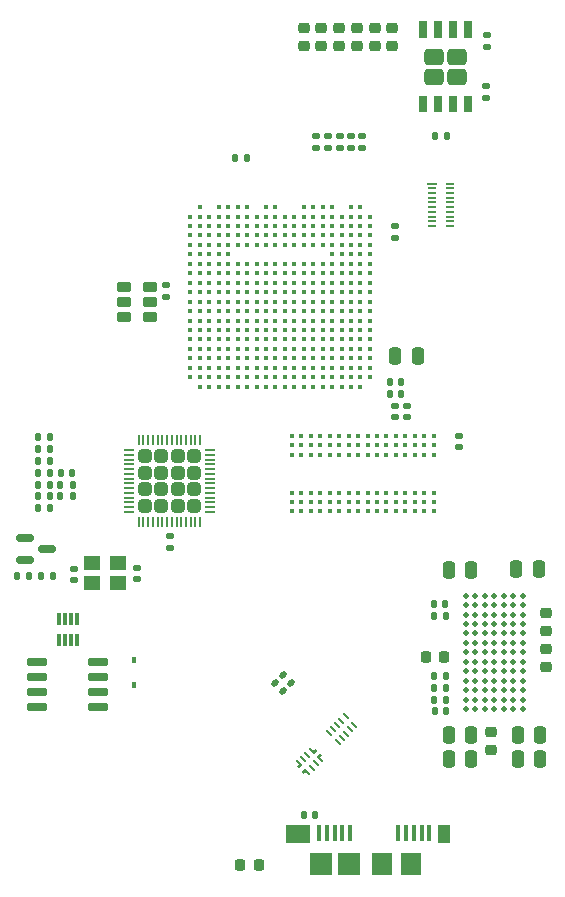
<source format=gbr>
%TF.GenerationSoftware,KiCad,Pcbnew,(6.0.0)*%
%TF.CreationDate,2022-03-24T09:58:38-07:00*%
%TF.ProjectId,ecp5u85-bse-usb,65637035-7538-4352-9d62-73652d757362,A*%
%TF.SameCoordinates,Original*%
%TF.FileFunction,Paste,Top*%
%TF.FilePolarity,Positive*%
%FSLAX46Y46*%
G04 Gerber Fmt 4.6, Leading zero omitted, Abs format (unit mm)*
G04 Created by KiCad (PCBNEW (6.0.0)) date 2022-03-24 09:58:38*
%MOMM*%
%LPD*%
G01*
G04 APERTURE LIST*
G04 Aperture macros list*
%AMRoundRect*
0 Rectangle with rounded corners*
0 $1 Rounding radius*
0 $2 $3 $4 $5 $6 $7 $8 $9 X,Y pos of 4 corners*
0 Add a 4 corners polygon primitive as box body*
4,1,4,$2,$3,$4,$5,$6,$7,$8,$9,$2,$3,0*
0 Add four circle primitives for the rounded corners*
1,1,$1+$1,$2,$3*
1,1,$1+$1,$4,$5*
1,1,$1+$1,$6,$7*
1,1,$1+$1,$8,$9*
0 Add four rect primitives between the rounded corners*
20,1,$1+$1,$2,$3,$4,$5,0*
20,1,$1+$1,$4,$5,$6,$7,0*
20,1,$1+$1,$6,$7,$8,$9,0*
20,1,$1+$1,$8,$9,$2,$3,0*%
%AMRotRect*
0 Rectangle, with rotation*
0 The origin of the aperture is its center*
0 $1 length*
0 $2 width*
0 $3 Rotation angle, in degrees counterclockwise*
0 Add horizontal line*
21,1,$1,$2,0,0,$3*%
%AMFreePoly0*
4,1,7,0.300000,0.100000,0.100000,0.100000,0.100000,-0.300000,-0.100000,-0.300000,-0.100000,0.300000,0.300000,0.300000,0.300000,0.100000,0.300000,0.100000,$1*%
%AMFreePoly1*
4,1,7,0.100000,-0.300000,-0.100000,-0.300000,-0.100000,0.100000,-0.300000,0.100000,-0.300000,0.300000,0.100000,0.300000,0.100000,-0.300000,0.100000,-0.300000,$1*%
G04 Aperture macros list end*
%ADD10C,0.400000*%
%ADD11C,0.426000*%
%ADD12R,1.400000X1.200000*%
%ADD13RoundRect,0.218750X-0.256250X0.218750X-0.256250X-0.218750X0.256250X-0.218750X0.256250X0.218750X0*%
%ADD14RoundRect,0.140000X-0.170000X0.140000X-0.170000X-0.140000X0.170000X-0.140000X0.170000X0.140000X0*%
%ADD15RoundRect,0.250000X-0.250000X-0.475000X0.250000X-0.475000X0.250000X0.475000X-0.250000X0.475000X0*%
%ADD16RoundRect,0.140000X0.140000X0.170000X-0.140000X0.170000X-0.140000X-0.170000X0.140000X-0.170000X0*%
%ADD17RoundRect,0.135000X0.135000X0.185000X-0.135000X0.185000X-0.135000X-0.185000X0.135000X-0.185000X0*%
%ADD18RoundRect,0.140000X-0.140000X-0.170000X0.140000X-0.170000X0.140000X0.170000X-0.140000X0.170000X0*%
%ADD19RoundRect,0.135000X-0.185000X0.135000X-0.185000X-0.135000X0.185000X-0.135000X0.185000X0.135000X0*%
%ADD20RotRect,0.200000X0.700000X225.000000*%
%ADD21RoundRect,0.135000X0.185000X-0.135000X0.185000X0.135000X-0.185000X0.135000X-0.185000X-0.135000X0*%
%ADD22C,0.500000*%
%ADD23R,0.450000X0.600000*%
%ADD24RoundRect,0.135000X-0.135000X-0.185000X0.135000X-0.185000X0.135000X0.185000X-0.135000X0.185000X0*%
%ADD25RoundRect,0.140000X0.219203X0.021213X0.021213X0.219203X-0.219203X-0.021213X-0.021213X-0.219203X0*%
%ADD26R,0.300000X1.000000*%
%ADD27RoundRect,0.140000X0.170000X-0.140000X0.170000X0.140000X-0.170000X0.140000X-0.170000X-0.140000X0*%
%ADD28FreePoly0,225.000000*%
%ADD29RotRect,0.200000X0.600000X45.000000*%
%ADD30FreePoly1,225.000000*%
%ADD31FreePoly0,45.000000*%
%ADD32FreePoly1,45.000000*%
%ADD33RoundRect,0.050000X-0.050000X-0.387500X0.050000X-0.387500X0.050000X0.387500X-0.050000X0.387500X0*%
%ADD34RoundRect,0.050000X-0.387500X-0.050000X0.387500X-0.050000X0.387500X0.050000X-0.387500X0.050000X0*%
%ADD35RoundRect,0.250000X-0.315000X-0.315000X0.315000X-0.315000X0.315000X0.315000X-0.315000X0.315000X0*%
%ADD36RoundRect,0.218750X0.218750X0.256250X-0.218750X0.256250X-0.218750X-0.256250X0.218750X-0.256250X0*%
%ADD37RoundRect,0.225000X0.250000X-0.225000X0.250000X0.225000X-0.250000X0.225000X-0.250000X-0.225000X0*%
%ADD38RoundRect,0.250000X0.250000X0.475000X-0.250000X0.475000X-0.250000X-0.475000X0.250000X-0.475000X0*%
%ADD39RoundRect,0.225000X-0.250000X0.225000X-0.250000X-0.225000X0.250000X-0.225000X0.250000X0.225000X0*%
%ADD40R,1.800000X1.900000*%
%ADD41R,2.100000X1.600000*%
%ADD42R,1.900000X1.900000*%
%ADD43R,1.000000X1.600000*%
%ADD44RoundRect,0.040000X-0.160000X-0.635000X0.160000X-0.635000X0.160000X0.635000X-0.160000X0.635000X0*%
%ADD45RoundRect,0.135000X0.465000X-0.315000X0.465000X0.315000X-0.465000X0.315000X-0.465000X-0.315000X0*%
%ADD46RoundRect,0.150000X-0.587500X-0.150000X0.587500X-0.150000X0.587500X0.150000X-0.587500X0.150000X0*%
%ADD47RoundRect,0.250000X-0.555000X0.435000X-0.555000X-0.435000X0.555000X-0.435000X0.555000X0.435000X0*%
%ADD48RoundRect,0.225000X0.225000X0.250000X-0.225000X0.250000X-0.225000X-0.250000X0.225000X-0.250000X0*%
%ADD49R,0.780000X0.220000*%
%ADD50R,0.880000X0.220000*%
%ADD51RoundRect,0.150000X-0.725000X-0.150000X0.725000X-0.150000X0.725000X0.150000X-0.725000X0.150000X0*%
%ADD52RoundRect,0.147500X-0.147500X-0.172500X0.147500X-0.172500X0.147500X0.172500X-0.147500X0.172500X0*%
G04 APERTURE END LIST*
%TO.C,U3*%
G36*
X221547841Y-61533000D02*
G01*
X222247841Y-61533000D01*
X222247841Y-60133000D01*
X221547841Y-60133000D01*
X221547841Y-61533000D01*
G37*
G36*
X219707841Y-53833000D02*
G01*
X219007841Y-53833000D01*
X219007841Y-55233000D01*
X219707841Y-55233000D01*
X219707841Y-53833000D01*
G37*
G36*
X218437841Y-53833000D02*
G01*
X217737841Y-53833000D01*
X217737841Y-55233000D01*
X218437841Y-55233000D01*
X218437841Y-53833000D01*
G37*
G36*
X222242841Y-53833000D02*
G01*
X221542841Y-53833000D01*
X221542841Y-55233000D01*
X222242841Y-55233000D01*
X222242841Y-53833000D01*
G37*
G36*
X220977841Y-53833000D02*
G01*
X220277841Y-53833000D01*
X220277841Y-55233000D01*
X220977841Y-55233000D01*
X220977841Y-53833000D01*
G37*
G36*
X220277841Y-61533000D02*
G01*
X220977841Y-61533000D01*
X220977841Y-60133000D01*
X220277841Y-60133000D01*
X220277841Y-61533000D01*
G37*
G36*
X219007841Y-61533000D02*
G01*
X219707841Y-61533000D01*
X219707841Y-60133000D01*
X219007841Y-60133000D01*
X219007841Y-61533000D01*
G37*
G36*
X217737841Y-61533000D02*
G01*
X218437841Y-61533000D01*
X218437841Y-60133000D01*
X217737841Y-60133000D01*
X217737841Y-61533000D01*
G37*
%TD*%
D10*
%TO.C,U1*%
X212792841Y-84783000D03*
X211992841Y-84783000D03*
X211192841Y-84783000D03*
X210392841Y-84783000D03*
X209592841Y-84783000D03*
X208792841Y-84783000D03*
X207992841Y-84783000D03*
X207192841Y-84783000D03*
X206392841Y-84783000D03*
X205592841Y-84783000D03*
X204792841Y-84783000D03*
X203992841Y-84783000D03*
X203192841Y-84783000D03*
X202392841Y-84783000D03*
X201592841Y-84783000D03*
X200792841Y-84783000D03*
X199992841Y-84783000D03*
X199192841Y-84783000D03*
X213592841Y-83983000D03*
X212792841Y-83983000D03*
X211992841Y-83983000D03*
X211192841Y-83983000D03*
X210392841Y-83983000D03*
X209592841Y-83983000D03*
X208792841Y-83983000D03*
X207992841Y-83983000D03*
X207192841Y-83983000D03*
X206392841Y-83983000D03*
X205592841Y-83983000D03*
X204792841Y-83983000D03*
X203992841Y-83983000D03*
X203192841Y-83983000D03*
X202392841Y-83983000D03*
X201592841Y-83983000D03*
X200792841Y-83983000D03*
X199992841Y-83983000D03*
X199192841Y-83983000D03*
X198392841Y-83983000D03*
X213592841Y-83183000D03*
X212792841Y-83183000D03*
X211992841Y-83183000D03*
X211192841Y-83183000D03*
X210392841Y-83183000D03*
X209592841Y-83183000D03*
X208792841Y-83183000D03*
X207992841Y-83183000D03*
X207192841Y-83183000D03*
X206392841Y-83183000D03*
X205592841Y-83183000D03*
X204792841Y-83183000D03*
X203992841Y-83183000D03*
X203192841Y-83183000D03*
X202392841Y-83183000D03*
X201592841Y-83183000D03*
X200792841Y-83183000D03*
X199992841Y-83183000D03*
X199192841Y-83183000D03*
X198392841Y-83183000D03*
X213592841Y-82383000D03*
X212792841Y-82383000D03*
X211992841Y-82383000D03*
X211192841Y-82383000D03*
X210392841Y-82383000D03*
X209592841Y-82383000D03*
X208792841Y-82383000D03*
X207992841Y-82383000D03*
X207192841Y-82383000D03*
X206392841Y-82383000D03*
X205592841Y-82383000D03*
X204792841Y-82383000D03*
X203992841Y-82383000D03*
X203192841Y-82383000D03*
X202392841Y-82383000D03*
X201592841Y-82383000D03*
X200792841Y-82383000D03*
X199992841Y-82383000D03*
X199192841Y-82383000D03*
X198392841Y-82383000D03*
X213592841Y-81583000D03*
X212792841Y-81583000D03*
X211992841Y-81583000D03*
X211192841Y-81583000D03*
X210392841Y-81583000D03*
X209592841Y-81583000D03*
X208792841Y-81583000D03*
X207992841Y-81583000D03*
X207192841Y-81583000D03*
X206392841Y-81583000D03*
X205592841Y-81583000D03*
X204792841Y-81583000D03*
X203992841Y-81583000D03*
X203192841Y-81583000D03*
X202392841Y-81583000D03*
X201592841Y-81583000D03*
X200792841Y-81583000D03*
X199992841Y-81583000D03*
X199192841Y-81583000D03*
X198392841Y-81583000D03*
X213592841Y-80783000D03*
X212792841Y-80783000D03*
X211992841Y-80783000D03*
X211192841Y-80783000D03*
X210392841Y-80783000D03*
X209592841Y-80783000D03*
X208792841Y-80783000D03*
X207992841Y-80783000D03*
X207192841Y-80783000D03*
X206392841Y-80783000D03*
X205592841Y-80783000D03*
X204792841Y-80783000D03*
X203992841Y-80783000D03*
X203192841Y-80783000D03*
X202392841Y-80783000D03*
X201592841Y-80783000D03*
X200792841Y-80783000D03*
X199992841Y-80783000D03*
X199192841Y-80783000D03*
X198392841Y-80783000D03*
X213592841Y-79983000D03*
X212792841Y-79983000D03*
X211992841Y-79983000D03*
X211192841Y-79983000D03*
X210392841Y-79983000D03*
X209592841Y-79983000D03*
X208792841Y-79983000D03*
X207992841Y-79983000D03*
X207192841Y-79983000D03*
X206392841Y-79983000D03*
X205592841Y-79983000D03*
X204792841Y-79983000D03*
X203992841Y-79983000D03*
X203192841Y-79983000D03*
X202392841Y-79983000D03*
X201592841Y-79983000D03*
X200792841Y-79983000D03*
X199992841Y-79983000D03*
X199192841Y-79983000D03*
X198392841Y-79983000D03*
X213592841Y-79183000D03*
X212792841Y-79183000D03*
X211992841Y-79183000D03*
X211192841Y-79183000D03*
X210392841Y-79183000D03*
X209592841Y-79183000D03*
X208792841Y-79183000D03*
X207992841Y-79183000D03*
X207192841Y-79183000D03*
X206392841Y-79183000D03*
X205592841Y-79183000D03*
X204792841Y-79183000D03*
X203992841Y-79183000D03*
X203192841Y-79183000D03*
X202392841Y-79183000D03*
X201592841Y-79183000D03*
X200792841Y-79183000D03*
X199992841Y-79183000D03*
X199192841Y-79183000D03*
X198392841Y-79183000D03*
X213592841Y-78383000D03*
X212792841Y-78383000D03*
X211992841Y-78383000D03*
X211192841Y-78383000D03*
X210392841Y-78383000D03*
X209592841Y-78383000D03*
X208792841Y-78383000D03*
X207992841Y-78383000D03*
X207192841Y-78383000D03*
X206392841Y-78383000D03*
X205592841Y-78383000D03*
X204792841Y-78383000D03*
X203992841Y-78383000D03*
X203192841Y-78383000D03*
X202392841Y-78383000D03*
X201592841Y-78383000D03*
X200792841Y-78383000D03*
X199992841Y-78383000D03*
X199192841Y-78383000D03*
X198392841Y-78383000D03*
X213592841Y-77583000D03*
X212792841Y-77583000D03*
X211992841Y-77583000D03*
X211192841Y-77583000D03*
X210392841Y-77583000D03*
X209592841Y-77583000D03*
X208792841Y-77583000D03*
X207992841Y-77583000D03*
X207192841Y-77583000D03*
X206392841Y-77583000D03*
X205592841Y-77583000D03*
X204792841Y-77583000D03*
X203992841Y-77583000D03*
X203192841Y-77583000D03*
X202392841Y-77583000D03*
X201592841Y-77583000D03*
X200792841Y-77583000D03*
X199992841Y-77583000D03*
X199192841Y-77583000D03*
X198392841Y-77583000D03*
X213592841Y-76783000D03*
X212792841Y-76783000D03*
X211992841Y-76783000D03*
X211192841Y-76783000D03*
X210392841Y-76783000D03*
X209592841Y-76783000D03*
X208792841Y-76783000D03*
X207992841Y-76783000D03*
X207192841Y-76783000D03*
X206392841Y-76783000D03*
X205592841Y-76783000D03*
X204792841Y-76783000D03*
X203992841Y-76783000D03*
X203192841Y-76783000D03*
X202392841Y-76783000D03*
X201592841Y-76783000D03*
X200792841Y-76783000D03*
X199992841Y-76783000D03*
X199192841Y-76783000D03*
X198392841Y-76783000D03*
X213592841Y-75983000D03*
X212792841Y-75983000D03*
X211992841Y-75983000D03*
X211192841Y-75983000D03*
X210392841Y-75983000D03*
X209592841Y-75983000D03*
X208792841Y-75983000D03*
X207992841Y-75983000D03*
X207192841Y-75983000D03*
X206392841Y-75983000D03*
X205592841Y-75983000D03*
X204792841Y-75983000D03*
X203992841Y-75983000D03*
X203192841Y-75983000D03*
X202392841Y-75983000D03*
X201592841Y-75983000D03*
X200792841Y-75983000D03*
X199992841Y-75983000D03*
X199192841Y-75983000D03*
X198392841Y-75983000D03*
X213592841Y-75183000D03*
X212792841Y-75183000D03*
X211992841Y-75183000D03*
X211192841Y-75183000D03*
X210392841Y-75183000D03*
X209592841Y-75183000D03*
X208792841Y-75183000D03*
X207992841Y-75183000D03*
X207192841Y-75183000D03*
X206392841Y-75183000D03*
X205592841Y-75183000D03*
X204792841Y-75183000D03*
X203992841Y-75183000D03*
X203192841Y-75183000D03*
X202392841Y-75183000D03*
X201592841Y-75183000D03*
X200792841Y-75183000D03*
X199992841Y-75183000D03*
X199192841Y-75183000D03*
X198392841Y-75183000D03*
X213592841Y-74383000D03*
X212792841Y-74383000D03*
X211992841Y-74383000D03*
X211192841Y-74383000D03*
X210392841Y-74383000D03*
X209592841Y-74383000D03*
X208792841Y-74383000D03*
X207992841Y-74383000D03*
X207192841Y-74383000D03*
X206392841Y-74383000D03*
X205592841Y-74383000D03*
X204792841Y-74383000D03*
X203992841Y-74383000D03*
X203192841Y-74383000D03*
X202392841Y-74383000D03*
X201592841Y-74383000D03*
X200792841Y-74383000D03*
X199992841Y-74383000D03*
X199192841Y-74383000D03*
X198392841Y-74383000D03*
X213592841Y-73583000D03*
X212792841Y-73583000D03*
X211992841Y-73583000D03*
X211192841Y-73583000D03*
X210392841Y-73583000D03*
X201592841Y-73583000D03*
X200792841Y-73583000D03*
X199992841Y-73583000D03*
X199192841Y-73583000D03*
X198392841Y-73583000D03*
X213592841Y-72783000D03*
X212792841Y-72783000D03*
X211992841Y-72783000D03*
X211192841Y-72783000D03*
X210392841Y-72783000D03*
X209592841Y-72783000D03*
X208792841Y-72783000D03*
X207992841Y-72783000D03*
X207192841Y-72783000D03*
X206392841Y-72783000D03*
X205592841Y-72783000D03*
X204792841Y-72783000D03*
X203992841Y-72783000D03*
X203192841Y-72783000D03*
X202392841Y-72783000D03*
X201592841Y-72783000D03*
X200792841Y-72783000D03*
X199992841Y-72783000D03*
X199192841Y-72783000D03*
X198392841Y-72783000D03*
X213592841Y-71983000D03*
X212792841Y-71983000D03*
X211992841Y-71983000D03*
X211192841Y-71983000D03*
X210392841Y-71983000D03*
X209592841Y-71983000D03*
X208792841Y-71983000D03*
X207992841Y-71983000D03*
X207192841Y-71983000D03*
X206392841Y-71983000D03*
X205592841Y-71983000D03*
X204792841Y-71983000D03*
X203992841Y-71983000D03*
X203192841Y-71983000D03*
X202392841Y-71983000D03*
X201592841Y-71983000D03*
X200792841Y-71983000D03*
X199992841Y-71983000D03*
X199192841Y-71983000D03*
X198392841Y-71983000D03*
X213592841Y-71183000D03*
X212792841Y-71183000D03*
X211992841Y-71183000D03*
X211192841Y-71183000D03*
X210392841Y-71183000D03*
X209592841Y-71183000D03*
X208792841Y-71183000D03*
X207992841Y-71183000D03*
X207192841Y-71183000D03*
X206392841Y-71183000D03*
X205592841Y-71183000D03*
X204792841Y-71183000D03*
X203992841Y-71183000D03*
X203192841Y-71183000D03*
X202392841Y-71183000D03*
X201592841Y-71183000D03*
X200792841Y-71183000D03*
X199992841Y-71183000D03*
X199192841Y-71183000D03*
X198392841Y-71183000D03*
X213592841Y-70383000D03*
X212792841Y-70383000D03*
X211992841Y-70383000D03*
X211192841Y-70383000D03*
X210392841Y-70383000D03*
X209592841Y-70383000D03*
X208792841Y-70383000D03*
X207992841Y-70383000D03*
X207192841Y-70383000D03*
X206392841Y-70383000D03*
X205592841Y-70383000D03*
X204792841Y-70383000D03*
X203992841Y-70383000D03*
X203192841Y-70383000D03*
X202392841Y-70383000D03*
X201592841Y-70383000D03*
X200792841Y-70383000D03*
X199992841Y-70383000D03*
X199192841Y-70383000D03*
X198392841Y-70383000D03*
X212792841Y-69583000D03*
X211992841Y-69583000D03*
X210392841Y-69583000D03*
X209592841Y-69583000D03*
X208792841Y-69583000D03*
X207992841Y-69583000D03*
X205592841Y-69583000D03*
X204792841Y-69583000D03*
X203192841Y-69583000D03*
X202392841Y-69583000D03*
X201592841Y-69583000D03*
X200792841Y-69583000D03*
X199192841Y-69583000D03*
%TD*%
D11*
%TO.C,U4*%
X218992841Y-88953000D03*
X218992841Y-89753000D03*
X218992841Y-90553000D03*
X218992841Y-93753000D03*
X218992841Y-94553000D03*
X218992841Y-95353000D03*
X218192841Y-88953000D03*
X218192841Y-89753000D03*
X218192841Y-90553000D03*
X218192841Y-93753000D03*
X218192841Y-94553000D03*
X218192841Y-95353000D03*
X217392841Y-88953000D03*
X217392841Y-89753000D03*
X217392841Y-90553000D03*
X217392841Y-93753000D03*
X217392841Y-94553000D03*
X217392841Y-95353000D03*
X216592841Y-88953000D03*
X216592841Y-89753000D03*
X216592841Y-90553000D03*
X216592841Y-93753000D03*
X216592841Y-94553000D03*
X216592841Y-95353000D03*
X215792841Y-88953000D03*
X215792841Y-89753000D03*
X215792841Y-90553000D03*
X215792841Y-93753000D03*
X215792841Y-94553000D03*
X215792841Y-95353000D03*
X214992841Y-88953000D03*
X214992841Y-89753000D03*
X214992841Y-90553000D03*
X214992841Y-93753000D03*
X214992841Y-94553000D03*
X214992841Y-95353000D03*
X214192841Y-88953000D03*
X214192841Y-89753000D03*
X214192841Y-90553000D03*
X214192841Y-93753000D03*
X214192841Y-94553000D03*
X214192841Y-95353000D03*
X213392841Y-88953000D03*
X213392841Y-89753000D03*
X213392841Y-90553000D03*
X213392841Y-93753000D03*
X213392841Y-94553000D03*
X213392841Y-95353000D03*
X212592841Y-88953000D03*
X212592841Y-89753000D03*
X212592841Y-90553000D03*
X212592841Y-93753000D03*
X212592841Y-94553000D03*
X212592841Y-95353000D03*
X211792841Y-88953000D03*
X211792841Y-89753000D03*
X211792841Y-90553000D03*
X211792841Y-93753000D03*
X211792841Y-94553000D03*
X211792841Y-95353000D03*
X210992841Y-88953000D03*
X210992841Y-89753000D03*
X210992841Y-90553000D03*
X210992841Y-93753000D03*
X210992841Y-94553000D03*
X210992841Y-95353000D03*
X210192841Y-88953000D03*
X210192841Y-89753000D03*
X210192841Y-90553000D03*
X210192841Y-93753000D03*
X210192841Y-94553000D03*
X210192841Y-95353000D03*
X209392841Y-88953000D03*
X209392841Y-89753000D03*
X209392841Y-90553000D03*
X209392841Y-93753000D03*
X209392841Y-94553000D03*
X209392841Y-95353000D03*
X208592841Y-88953000D03*
X208592841Y-89753000D03*
X208592841Y-90553000D03*
X208592841Y-93753000D03*
X208592841Y-94553000D03*
X208592841Y-95353000D03*
X207792841Y-88953000D03*
X207792841Y-89753000D03*
X207792841Y-90553000D03*
X207792841Y-93753000D03*
X207792841Y-94553000D03*
X207792841Y-95353000D03*
X206992841Y-88953000D03*
X206992841Y-89753000D03*
X206992841Y-90553000D03*
X206992841Y-93753000D03*
X206992841Y-94553000D03*
X206992841Y-95353000D03*
%TD*%
D12*
%TO.C,Y1*%
X190100000Y-101425000D03*
X192300000Y-101425000D03*
X192300000Y-99725000D03*
X190100000Y-99725000D03*
%TD*%
D13*
%TO.C,D6*%
X209492841Y-55983001D03*
X209492841Y-54408001D03*
%TD*%
D14*
%TO.C,C61*%
X188500000Y-101155000D03*
X188500000Y-100195000D03*
%TD*%
D15*
%TO.C,C68*%
X217642841Y-82183000D03*
X215742841Y-82183000D03*
%TD*%
D16*
%TO.C,C130*%
X219031651Y-103173000D03*
X219991651Y-103173000D03*
%TD*%
D17*
%TO.C,R50*%
X219021651Y-104163000D03*
X220041651Y-104163000D03*
%TD*%
D18*
%TO.C,C5*%
X215302841Y-84353000D03*
X216262841Y-84353000D03*
%TD*%
D15*
%TO.C,C123*%
X227992841Y-116283000D03*
X226092841Y-116283000D03*
%TD*%
D19*
%TO.C,R16*%
X209042842Y-64542999D03*
X209042842Y-63522999D03*
%TD*%
D20*
%TO.C,U6*%
X210114503Y-114118876D03*
X210468057Y-113765322D03*
X210821610Y-113411769D03*
X211175163Y-113058216D03*
X211528717Y-112704662D03*
X212271179Y-113447124D03*
X211917625Y-113800678D03*
X211564072Y-114154231D03*
X211210519Y-114507784D03*
X210856965Y-114861338D03*
%TD*%
D21*
%TO.C,R37*%
X196692841Y-97389524D03*
X196692841Y-98409524D03*
%TD*%
D22*
%TO.C,U9*%
X226527701Y-112075593D03*
X225727701Y-112075593D03*
X224927701Y-112075593D03*
X224127701Y-112075593D03*
X223327701Y-112075593D03*
X222527701Y-112075593D03*
X221727701Y-112075593D03*
X226527701Y-111275593D03*
X225727701Y-111275593D03*
X224927701Y-111275593D03*
X224127701Y-111275593D03*
X223327701Y-111275593D03*
X222527701Y-111275593D03*
X221727701Y-111275593D03*
X226527701Y-110475593D03*
X225727701Y-110475593D03*
X224927701Y-110475593D03*
X224127701Y-110475593D03*
X223327701Y-110475593D03*
X222527701Y-110475593D03*
X221727701Y-110475593D03*
X226527701Y-109675593D03*
X225727701Y-109675593D03*
X224927701Y-109675593D03*
X224127701Y-109675593D03*
X223327701Y-109675593D03*
X222527701Y-109675593D03*
X221727701Y-109675593D03*
X226527701Y-108875593D03*
X225727701Y-108875593D03*
X224927701Y-108875593D03*
X224127701Y-108875593D03*
X223327701Y-108875593D03*
X222527701Y-108875593D03*
X221727701Y-108875593D03*
X226527701Y-108075593D03*
X225727701Y-108075593D03*
X224927701Y-108075593D03*
X224127701Y-108075593D03*
X223327701Y-108075593D03*
X222527701Y-108075593D03*
X221727701Y-108075593D03*
X226527701Y-107275593D03*
X225727701Y-107275593D03*
X224927701Y-107275593D03*
X224127701Y-107275593D03*
X223327701Y-107275593D03*
X222527701Y-107275593D03*
X221727701Y-107275593D03*
X226527701Y-106475593D03*
X225727701Y-106475593D03*
X224927701Y-106475593D03*
X224127701Y-106475593D03*
X223327701Y-106475593D03*
X222527701Y-106475593D03*
X221727701Y-106475593D03*
X226527701Y-105675593D03*
X225727701Y-105675593D03*
X224927701Y-105675593D03*
X224127701Y-105675593D03*
X223327701Y-105675593D03*
X222527701Y-105675593D03*
X221727701Y-105675593D03*
X226527701Y-104875593D03*
X225727701Y-104875593D03*
X224927701Y-104875593D03*
X224127701Y-104875593D03*
X223327701Y-104875593D03*
X222527701Y-104875593D03*
X221727701Y-104875593D03*
X226527701Y-104075593D03*
X225727701Y-104075593D03*
X224927701Y-104075593D03*
X224127701Y-104075593D03*
X223327701Y-104075593D03*
X222527701Y-104075593D03*
X221727701Y-104075593D03*
X226527701Y-103275593D03*
X225727701Y-103275593D03*
X224927701Y-103275593D03*
X224127701Y-103275593D03*
X223327701Y-103275593D03*
X222527701Y-103275593D03*
X221727701Y-103275593D03*
X226527701Y-102475593D03*
X225727701Y-102475593D03*
X224927701Y-102475593D03*
X224127701Y-102475593D03*
X223327701Y-102475593D03*
X222527701Y-102475593D03*
X221727701Y-102475593D03*
%TD*%
D23*
%TO.C,D11*%
X193592841Y-110033000D03*
X193592841Y-107933000D03*
%TD*%
D24*
%TO.C,R30*%
X186502841Y-91083000D03*
X185482841Y-91083000D03*
%TD*%
D25*
%TO.C,C58*%
X205583582Y-109863437D03*
X206262404Y-110542259D03*
%TD*%
D24*
%TO.C,R39*%
X188412841Y-94083000D03*
X187392841Y-94083000D03*
%TD*%
D14*
%TO.C,C1*%
X196342841Y-77163000D03*
X196342841Y-76203000D03*
%TD*%
D15*
%TO.C,C124*%
X227992841Y-114283000D03*
X226092841Y-114283000D03*
%TD*%
D17*
%TO.C,R40*%
X183682841Y-100833000D03*
X184702841Y-100833000D03*
%TD*%
D26*
%TO.C,U8*%
X188767841Y-106268000D03*
X188267841Y-106268000D03*
X187767841Y-106268000D03*
X187267841Y-106268000D03*
X187267841Y-104468000D03*
X187767841Y-104468000D03*
X188267841Y-104468000D03*
X188767841Y-104468000D03*
%TD*%
D27*
%TO.C,C23*%
X216692841Y-86403000D03*
X216692841Y-87363000D03*
%TD*%
D25*
%TO.C,C59*%
X206233582Y-109213437D03*
X206912404Y-109892259D03*
%TD*%
D13*
%TO.C,D2*%
X213992841Y-55983001D03*
X213992841Y-54408001D03*
%TD*%
D17*
%TO.C,R38*%
X185732841Y-100833000D03*
X186752841Y-100833000D03*
%TD*%
D21*
%TO.C,R21*%
X223492841Y-54973000D03*
X223492841Y-55993000D03*
%TD*%
D28*
%TO.C,U5*%
X207589110Y-116679625D03*
D29*
X207942663Y-116326071D03*
X208296216Y-115972518D03*
D30*
X208649770Y-115618965D03*
D31*
X209356876Y-116326071D03*
D29*
X209003323Y-116679625D03*
X208649770Y-117033178D03*
D32*
X208296216Y-117386731D03*
%TD*%
D33*
%TO.C,U7*%
X194022841Y-89335500D03*
X194422841Y-89335500D03*
X194822841Y-89335500D03*
X195222841Y-89335500D03*
X195622841Y-89335500D03*
X196022841Y-89335500D03*
X196422841Y-89335500D03*
X196822841Y-89335500D03*
X197222841Y-89335500D03*
X197622841Y-89335500D03*
X198022841Y-89335500D03*
X198422841Y-89335500D03*
X198822841Y-89335500D03*
X199222841Y-89335500D03*
D34*
X200060341Y-90173000D03*
X200060341Y-90573000D03*
X200060341Y-90973000D03*
X200060341Y-91373000D03*
X200060341Y-91773000D03*
X200060341Y-92173000D03*
X200060341Y-92573000D03*
X200060341Y-92973000D03*
X200060341Y-93373000D03*
X200060341Y-93773000D03*
X200060341Y-94173000D03*
X200060341Y-94573000D03*
X200060341Y-94973000D03*
X200060341Y-95373000D03*
D33*
X199222841Y-96210500D03*
X198822841Y-96210500D03*
X198422841Y-96210500D03*
X198022841Y-96210500D03*
X197622841Y-96210500D03*
X197222841Y-96210500D03*
X196822841Y-96210500D03*
X196422841Y-96210500D03*
X196022841Y-96210500D03*
X195622841Y-96210500D03*
X195222841Y-96210500D03*
X194822841Y-96210500D03*
X194422841Y-96210500D03*
X194022841Y-96210500D03*
D34*
X193185341Y-95373000D03*
X193185341Y-94973000D03*
X193185341Y-94573000D03*
X193185341Y-94173000D03*
X193185341Y-93773000D03*
X193185341Y-93373000D03*
X193185341Y-92973000D03*
X193185341Y-92573000D03*
X193185341Y-92173000D03*
X193185341Y-91773000D03*
X193185341Y-91373000D03*
X193185341Y-90973000D03*
X193185341Y-90573000D03*
X193185341Y-90173000D03*
D35*
X194522841Y-92073000D03*
X198722841Y-92073000D03*
X195922841Y-93473000D03*
X198722841Y-90673000D03*
X197322841Y-94873000D03*
X195922841Y-90673000D03*
X194522841Y-94873000D03*
X198722841Y-93473000D03*
X198722841Y-94873000D03*
X194522841Y-93473000D03*
X195922841Y-94873000D03*
X194522841Y-90673000D03*
X197322841Y-93473000D03*
X195922841Y-92073000D03*
X197322841Y-90673000D03*
X197322841Y-92073000D03*
%TD*%
D36*
%TO.C,D1*%
X202605341Y-125283000D03*
X204180341Y-125283000D03*
%TD*%
D27*
%TO.C,C6*%
X223392841Y-59353000D03*
X223392841Y-60313000D03*
%TD*%
D37*
%TO.C,C103*%
X228492841Y-103908000D03*
X228492841Y-105458000D03*
%TD*%
D38*
%TO.C,C127*%
X220281650Y-100283000D03*
X222181650Y-100283000D03*
%TD*%
D19*
%TO.C,R19*%
X212942842Y-64542999D03*
X212942842Y-63522999D03*
%TD*%
D27*
%TO.C,C62*%
X193900000Y-100095000D03*
X193900000Y-101055000D03*
%TD*%
D38*
%TO.C,C119*%
X220277701Y-114283000D03*
X222177701Y-114283000D03*
%TD*%
D24*
%TO.C,R31*%
X186502841Y-90083000D03*
X185482841Y-90083000D03*
%TD*%
%TO.C,R41*%
X220041651Y-110283000D03*
X219021651Y-110283000D03*
%TD*%
%TO.C,R1*%
X188412841Y-93083000D03*
X187392841Y-93083000D03*
%TD*%
D39*
%TO.C,C104*%
X223831651Y-115550593D03*
X223831651Y-114000593D03*
%TD*%
D15*
%TO.C,C126*%
X227881651Y-100183000D03*
X225981651Y-100183000D03*
%TD*%
D24*
%TO.C,R22*%
X203152841Y-65433000D03*
X202132841Y-65433000D03*
%TD*%
D19*
%TO.C,R17*%
X211042842Y-64542999D03*
X211042842Y-63522999D03*
%TD*%
D38*
%TO.C,C120*%
X220277701Y-116283000D03*
X222177701Y-116283000D03*
%TD*%
D24*
%TO.C,R36*%
X186502841Y-94083000D03*
X185482841Y-94083000D03*
%TD*%
D19*
%TO.C,R18*%
X211992842Y-64542999D03*
X211992842Y-63522999D03*
%TD*%
D13*
%TO.C,D5*%
X210992841Y-55983001D03*
X210992841Y-54408001D03*
%TD*%
D24*
%TO.C,R44*%
X220041651Y-109283000D03*
X219021651Y-109283000D03*
%TD*%
D19*
%TO.C,R20*%
X210042842Y-64542999D03*
X210042842Y-63522999D03*
%TD*%
D24*
%TO.C,R33*%
X186502841Y-93083000D03*
X185482841Y-93083000D03*
%TD*%
D40*
%TO.C,J4*%
X214612841Y-125233000D03*
D41*
X207515341Y-122683000D03*
D40*
X217112841Y-125233000D03*
D42*
X209412841Y-125233000D03*
X211812841Y-125233000D03*
D43*
X219865341Y-122683000D03*
D44*
X218612841Y-122558000D03*
X217962841Y-122558000D03*
X217312841Y-122558000D03*
X216662841Y-122558000D03*
X216012841Y-122558000D03*
X211912841Y-122558000D03*
X211262841Y-122558000D03*
X210612841Y-122558000D03*
X209962841Y-122558000D03*
X209312841Y-122558000D03*
%TD*%
D13*
%TO.C,D4*%
X212492841Y-55983001D03*
X212492841Y-54408001D03*
%TD*%
%TO.C,D3*%
X215492841Y-55983001D03*
X215492841Y-54408001D03*
%TD*%
D18*
%TO.C,C60*%
X188372841Y-92083000D03*
X187412841Y-92083000D03*
%TD*%
D24*
%TO.C,R34*%
X186502841Y-89083000D03*
X185482841Y-89083000D03*
%TD*%
D27*
%TO.C,C22*%
X215742841Y-86403000D03*
X215742841Y-87363000D03*
%TD*%
D13*
%TO.C,D7*%
X207992841Y-55980500D03*
X207992841Y-54405500D03*
%TD*%
D45*
%TO.C,U2*%
X194942841Y-76363000D03*
X194942841Y-77633000D03*
X194942841Y-78903000D03*
X192742841Y-78903000D03*
X192742841Y-77633000D03*
X192742841Y-76363000D03*
%TD*%
D39*
%TO.C,C121*%
X228492841Y-108558000D03*
X228492841Y-107008000D03*
%TD*%
D14*
%TO.C,C28*%
X221142841Y-89913000D03*
X221142841Y-88953000D03*
%TD*%
D46*
%TO.C,Q1*%
X186230341Y-98533000D03*
X184355341Y-99483000D03*
X184355341Y-97583000D03*
%TD*%
D47*
%TO.C,U3*%
X218992841Y-56833000D03*
X220992841Y-56833000D03*
X218992841Y-58533000D03*
X220992841Y-58533000D03*
%TD*%
D18*
%TO.C,C4*%
X215292841Y-85363000D03*
X216252841Y-85363000D03*
%TD*%
D48*
%TO.C,C125*%
X218317841Y-107683000D03*
X219867841Y-107683000D03*
%TD*%
D17*
%TO.C,R43*%
X219021651Y-111283000D03*
X220041651Y-111283000D03*
%TD*%
D49*
%TO.C,U10*%
X220352841Y-67583000D03*
X220352841Y-67983000D03*
X220352841Y-68383000D03*
X220352841Y-68783000D03*
X220352841Y-69183000D03*
X220352841Y-69583000D03*
X220352841Y-69983000D03*
X220352841Y-70383000D03*
X220352841Y-70783000D03*
X220352841Y-71183000D03*
X218832841Y-71183000D03*
X218832841Y-70783000D03*
X218832841Y-70383000D03*
X218832841Y-69983000D03*
X218832841Y-69583000D03*
X218832841Y-69183000D03*
X218832841Y-68783000D03*
X218832841Y-68383000D03*
X218832841Y-67983000D03*
D50*
X218882841Y-67583000D03*
%TD*%
D21*
%TO.C,R15*%
X215692841Y-71173000D03*
X215692841Y-72193000D03*
%TD*%
D18*
%TO.C,C122*%
X220072841Y-112283000D03*
X219112841Y-112283000D03*
%TD*%
D24*
%TO.C,R32*%
X186502841Y-92083000D03*
X185482841Y-92083000D03*
%TD*%
D51*
%TO.C,Q2*%
X190592841Y-108113000D03*
X190592841Y-109383000D03*
X190592841Y-110653000D03*
X190592841Y-111923000D03*
X185442841Y-111923000D03*
X185442841Y-110653000D03*
X185442841Y-109383000D03*
X185442841Y-108113000D03*
%TD*%
D16*
%TO.C,C50*%
X208012841Y-121083000D03*
X208972841Y-121083000D03*
%TD*%
D24*
%TO.C,R35*%
X186502841Y-95084112D03*
X185482841Y-95084112D03*
%TD*%
D52*
%TO.C,D9*%
X220077841Y-63583000D03*
X219107841Y-63583000D03*
%TD*%
M02*

</source>
